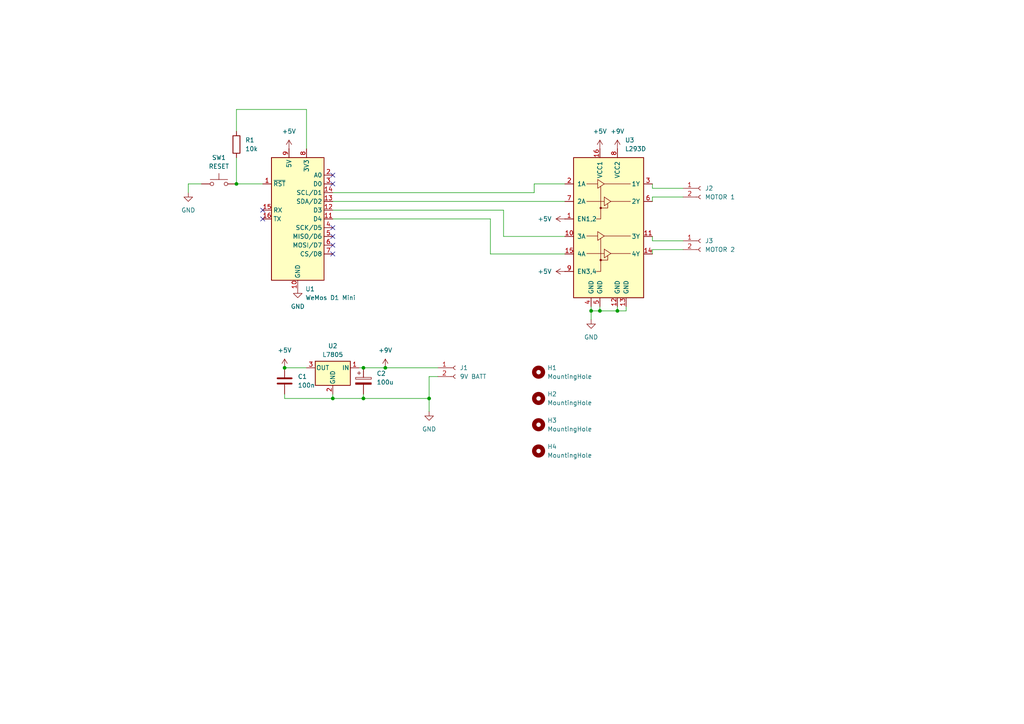
<source format=kicad_sch>
(kicad_sch (version 20231120) (generator "eeschema") (generator_version "8.0")
  (paper "A4")
  (lib_symbols
    (symbol "Connector:Conn_01x02_Socket" (pin_names (offset 1.016) hide)
      (property "Reference" "J" (at 0 2.54 0))
      (property "Value" "Conn_01x02_Socket" (at 0 -5.08 0))
      (symbol "Conn_01x02_Socket_1_1"
        (arc (start 0 -2.032) (mid -0.5058 -2.54) (end 0 -3.048) (stroke (width 0.1524)))
        (polyline (pts (xy -1.27 -2.54) (xy -0.508 -2.54)) (stroke (width 0.1524)))
        (polyline (pts (xy -1.27 0) (xy -0.508 0)) (stroke (width 0.1524)))
        (arc (start 0 0.508) (mid -0.5058 0) (end 0 -0.508) (stroke (width 0.1524)))
        (pin passive line (at -5.08 0 0) (length 3.81) (name "Pin_1") (number "1"))
        (pin passive line (at -5.08 -2.54 0) (length 3.81) (name "Pin_2") (number "2"))
      )
    )
    (symbol "Device:C" (pin_numbers hide) (pin_names (offset 0.254))
      (property "Reference" "C" (at 0.635 2.54 0))
      (property "Value" "C" (at 0.635 -2.54 0))
      (symbol "C_0_1"
        (polyline (pts (xy -2.032 -0.762) (xy 2.032 -0.762)) (stroke (width 0.508)))
        (polyline (pts (xy -2.032 0.762) (xy 2.032 0.762)) (stroke (width 0.508)))
      )
      (symbol "C_1_1"
        (pin passive line (at 0 3.81 270) (length 2.794) (name "~") (number "1"))
        (pin passive line (at 0 -3.81 90) (length 2.794) (name "~") (number "2"))
      )
    )
    (symbol "Device:C_Polarized" (pin_numbers hide) (pin_names (offset 0.254))
      (property "Reference" "C" (at 0.635 2.54 0))
      (property "Value" "C_Polarized" (at 0.635 -2.54 0))
      (symbol "C_Polarized_0_1"
        (rectangle (start -2.286 0.508) (end 2.286 1.016))
        (polyline (pts (xy -1.778 2.286) (xy -0.762 2.286)))
        (polyline (pts (xy -1.27 2.794) (xy -1.27 1.778)))
        (rectangle (start 2.286 -0.508) (end -2.286 -1.016) (fill (type outline)))
      )
      (symbol "C_Polarized_1_1"
        (pin passive line (at 0 3.81 270) (length 2.794) (name "~") (number "1"))
        (pin passive line (at 0 -3.81 90) (length 2.794) (name "~") (number "2"))
      )
    )
    (symbol "Device:R" (pin_numbers hide) (pin_names (offset 0))
      (property "Reference" "R" (at 2.032 0 90))
      (property "Value" "R" (at 0 0 90))
      (symbol "R_0_1"
        (rectangle (start -1.016 -2.54) (end 1.016 2.54) (stroke (width 0.254)))
      )
      (symbol "R_1_1"
        (pin passive line (at 0 3.81 270) (length 1.27) (name "~") (number "1"))
        (pin passive line (at 0 -3.81 90) (length 1.27) (name "~") (number "2"))
      )
    )
    (symbol "Driver_Motor:L293D" (pin_names (offset 1.016))
      (property "Reference" "U" (at -5.08 26.035 0))
      (property "Value" "L293D" (at -5.08 24.13 0))
      (symbol "L293D_0_1"
        (rectangle (start -10.16 22.86) (end 10.16 -17.78) (stroke (width 0.254)) (fill (type background)))
        (circle (center -2.286 -6.858) (radius 0.254) (fill (type outline)))
        (circle (center -2.286 8.255) (radius 0.254) (fill (type outline)))
        (polyline (pts (xy -6.35 -4.953) (xy -1.27 -4.953)))
        (polyline (pts (xy -6.35 0.127) (xy -3.175 0.127)))
        (polyline (pts (xy -6.35 10.16) (xy -1.27 10.16)))
        (polyline (pts (xy -6.35 15.24) (xy -3.175 15.24)))
        (polyline (pts (xy -1.27 0.127) (xy 6.35 0.127)))
        (polyline (pts (xy -1.27 15.24) (xy 6.35 15.24)))
        (polyline (pts (xy 0.635 -4.953) (xy 6.35 -4.953)))
        (polyline (pts (xy 0.635 10.16) (xy 6.35 10.16)))
        (polyline (pts (xy -2.286 -6.858) (xy -0.254 -6.858) (xy -0.254 -5.588)))
        (polyline (pts (xy -2.286 -0.635) (xy -2.286 -10.16) (xy -3.556 -10.16)))
        (polyline (pts (xy -2.286 8.255) (xy -0.254 8.255) (xy -0.254 9.525)))
        (polyline (pts (xy -2.286 14.478) (xy -2.286 5.08) (xy -3.556 5.08)))
        (polyline (pts (xy -3.175 1.397) (xy -3.175 -1.143) (xy -1.27 0.127) (xy -3.175 1.397)))
        (polyline (pts (xy -3.175 16.51) (xy -3.175 13.97) (xy -1.27 15.24) (xy -3.175 16.51)))
        (polyline (pts (xy -1.27 -3.683) (xy -1.27 -6.223) (xy 0.635 -4.953) (xy -1.27 -3.683)))
        (polyline (pts (xy -1.27 11.43) (xy -1.27 8.89) (xy 0.635 10.16) (xy -1.27 11.43)))
      )
      (symbol "L293D_1_1"
        (pin input line (at -12.7 5.08 0) (length 2.54) (name "EN1,2") (number "1"))
        (pin input line (at -12.7 0 0) (length 2.54) (name "3A") (number "10"))
        (pin output line (at 12.7 0 180) (length 2.54) (name "3Y") (number "11"))
        (pin power_in line (at 2.54 -20.32 90) (length 2.54) (name "GND") (number "12"))
        (pin power_in line (at 5.08 -20.32 90) (length 2.54) (name "GND") (number "13"))
        (pin output line (at 12.7 -5.08 180) (length 2.54) (name "4Y") (number "14"))
        (pin input line (at -12.7 -5.08 0) (length 2.54) (name "4A") (number "15"))
        (pin power_in line (at -2.54 25.4 270) (length 2.54) (name "VCC1") (number "16"))
        (pin input line (at -12.7 15.24 0) (length 2.54) (name "1A") (number "2"))
        (pin output line (at 12.7 15.24 180) (length 2.54) (name "1Y") (number "3"))
        (pin power_in line (at -5.08 -20.32 90) (length 2.54) (name "GND") (number "4"))
        (pin power_in line (at -2.54 -20.32 90) (length 2.54) (name "GND") (number "5"))
        (pin output line (at 12.7 10.16 180) (length 2.54) (name "2Y") (number "6"))
        (pin input line (at -12.7 10.16 0) (length 2.54) (name "2A") (number "7"))
        (pin power_in line (at 2.54 25.4 270) (length 2.54) (name "VCC2") (number "8"))
        (pin input line (at -12.7 -10.16 0) (length 2.54) (name "EN3,4") (number "9"))
      )
    )
    (symbol "MCU_Module:WeMos_D1_mini"
      (property "Reference" "U" (at 3.81 19.05 0))
      (property "Value" "WeMos_D1_mini" (at 1.27 -19.05 0))
      (symbol "WeMos_D1_mini_1_1"
        (rectangle (start -7.62 17.78) (end 7.62 -17.78) (stroke (width 0.254)) (fill (type background)))
        (pin input line (at -10.16 10.16 0) (length 2.54) (name "~{RST}") (number "1"))
        (pin power_in line (at 0 -20.32 90) (length 2.54) (name "GND") (number "10"))
        (pin bidirectional line (at 10.16 0 180) (length 2.54) (name "D4") (number "11"))
        (pin bidirectional line (at 10.16 2.54 180) (length 2.54) (name "D3") (number "12"))
        (pin bidirectional line (at 10.16 5.08 180) (length 2.54) (name "SDA/D2") (number "13"))
        (pin bidirectional line (at 10.16 7.62 180) (length 2.54) (name "SCL/D1") (number "14"))
        (pin input line (at -10.16 2.54 0) (length 2.54) (name "RX") (number "15"))
        (pin output line (at -10.16 0 0) (length 2.54) (name "TX") (number "16"))
        (pin input line (at 10.16 12.7 180) (length 2.54) (name "A0") (number "2"))
        (pin bidirectional line (at 10.16 10.16 180) (length 2.54) (name "D0") (number "3"))
        (pin bidirectional line (at 10.16 -2.54 180) (length 2.54) (name "SCK/D5") (number "4"))
        (pin bidirectional line (at 10.16 -5.08 180) (length 2.54) (name "MISO/D6") (number "5"))
        (pin bidirectional line (at 10.16 -7.62 180) (length 2.54) (name "MOSI/D7") (number "6"))
        (pin bidirectional line (at 10.16 -10.16 180) (length 2.54) (name "CS/D8") (number "7"))
        (pin power_out line (at 2.54 20.32 270) (length 2.54) (name "3V3") (number "8"))
        (pin power_in line (at -2.54 20.32 270) (length 2.54) (name "5V") (number "9"))
      )
    )
    (symbol "Mechanical:MountingHole" (pin_names (offset 1.016))
      (property "Reference" "H" (at 0 5.08 0))
      (property "Value" "MountingHole" (at 0 3.175 0))
      (symbol "MountingHole_0_1"
        (circle (center 0 0) (radius 1.27) (stroke (width 1.27)))
      )
    )
    (symbol "Regulator_Linear:L7805" (pin_names (offset 0.254))
      (property "Reference" "U" (at -3.81 3.175 0))
      (property "Value" "L7805" (at 0 3.175 0))
      (symbol "L7805_0_1"
        (rectangle (start -5.08 1.905) (end 5.08 -5.08) (stroke (width 0.254)) (fill (type background)))
      )
      (symbol "L7805_1_1"
        (pin power_in line (at -7.62 0 0) (length 2.54) (name "IN") (number "1"))
        (pin power_in line (at 0 -7.62 90) (length 2.54) (name "GND") (number "2"))
        (pin power_out line (at 7.62 0 180) (length 2.54) (name "OUT") (number "3"))
      )
    )
    (symbol "Switch:SW_Push" (pin_numbers hide) (pin_names (offset 1.016) hide)
      (property "Reference" "SW" (at 1.27 2.54 0))
      (property "Value" "SW_Push" (at 0 -1.524 0))
      (symbol "SW_Push_0_1"
        (circle (center -2.032 0) (radius 0.508))
        (polyline (pts (xy 0 1.27) (xy 0 3.048)))
        (polyline (pts (xy 2.54 1.27) (xy -2.54 1.27)))
        (circle (center 2.032 0) (radius 0.508))
        (pin passive line (at -5.08 0 0) (length 2.54) (name "1") (number "1"))
        (pin passive line (at 5.08 0 180) (length 2.54) (name "2") (number "2"))
      )
    )
    (symbol "power:+5V" (power) (pin_numbers hide) (pin_names (offset 0) hide)
      (property "Value" "+5V" (at 0 3.556 0))
      (symbol "+5V_0_1"
        (polyline (pts (xy -0.762 1.27) (xy 0 2.54)))
        (polyline (pts (xy 0 0) (xy 0 2.54)))
        (polyline (pts (xy 0 2.54) (xy 0.762 1.27)))
      )
      (symbol "+5V_1_1"
        (pin power_in line (at 0 0 90) (length 0) (name "~") (number "1"))
      )
    )
    (symbol "power:+9V" (power) (pin_numbers hide) (pin_names (offset 0) hide)
      (property "Value" "+9V" (at 0 3.556 0))
      (symbol "+9V_0_1"
        (polyline (pts (xy -0.762 1.27) (xy 0 2.54)))
        (polyline (pts (xy 0 0) (xy 0 2.54)))
        (polyline (pts (xy 0 2.54) (xy 0.762 1.27)))
      )
      (symbol "+9V_1_1"
        (pin power_in line (at 0 0 90) (length 0) (name "~") (number "1"))
      )
    )
    (symbol "power:GND" (power) (pin_numbers hide) (pin_names (offset 0) hide)
      (property "Value" "GND" (at 0 -3.81 0))
      (symbol "GND_0_1"
        (polyline (pts (xy 0 0) (xy 0 -1.27) (xy 1.27 -1.27) (xy 0 -2.54) (xy -1.27 -1.27) (xy 0 -1.27)))
      )
      (symbol "GND_1_1"
        (pin power_in line (at 0 0 270) (length 0) (name "~") (number "1"))
      )
    )
  )
  (junction (at 105.41 106.68))
  (junction (at 111.76 106.68))
  (junction (at 171.45 90.17))
  (junction (at 105.41 115.57))
  (junction (at 96.52 115.57))
  (junction (at 82.55 106.68))
  (junction (at 124.46 115.57))
  (junction (at 179.07 90.17))
  (junction (at 68.58 53.34))
  (junction (at 173.99 90.17))
  (no_connect (at 96.52 50.8))
  (no_connect (at 96.52 66.04))
  (no_connect (at 76.2 60.96))
  (no_connect (at 96.52 68.58))
  (no_connect (at 96.52 73.66))
  (no_connect (at 96.52 53.34))
  (no_connect (at 76.2 63.5))
  (no_connect (at 96.52 71.12))
  (wire (pts (xy 146.05 60.96) (xy 146.05 68.58)))
  (wire (pts (xy 127 109.22) (xy 124.46 109.22)))
  (wire (pts (xy 105.41 106.68) (xy 111.76 106.68)))
  (wire (pts (xy 96.52 58.42) (xy 163.83 58.42)))
  (wire (pts (xy 181.61 88.9) (xy 181.61 90.17)))
  (wire (pts (xy 124.46 115.57) (xy 124.46 119.38)))
  (wire (pts (xy 88.9 31.75) (xy 68.58 31.75)))
  (wire (pts (xy 88.9 43.18) (xy 88.9 31.75)))
  (wire (pts (xy 171.45 88.9) (xy 171.45 90.17)))
  (wire (pts (xy 96.52 114.3) (xy 96.52 115.57)))
  (wire (pts (xy 179.07 88.9) (xy 179.07 90.17)))
  (wire (pts (xy 189.23 57.15) (xy 198.12 57.15)))
  (wire (pts (xy 54.61 53.34) (xy 58.42 53.34)))
  (wire (pts (xy 173.99 90.17) (xy 171.45 90.17)))
  (wire (pts (xy 82.55 115.57) (xy 96.52 115.57)))
  (wire (pts (xy 82.55 114.3) (xy 82.55 115.57)))
  (wire (pts (xy 146.05 68.58) (xy 163.83 68.58)))
  (wire (pts (xy 82.55 106.68) (xy 88.9 106.68)))
  (wire (pts (xy 68.58 45.72) (xy 68.58 53.34)))
  (wire (pts (xy 105.41 115.57) (xy 124.46 115.57)))
  (wire (pts (xy 142.24 63.5) (xy 142.24 73.66)))
  (wire (pts (xy 171.45 90.17) (xy 171.45 92.71)))
  (wire (pts (xy 111.76 106.68) (xy 127 106.68)))
  (wire (pts (xy 96.52 55.88) (xy 154.94 55.88)))
  (wire (pts (xy 68.58 31.75) (xy 68.58 38.1)))
  (wire (pts (xy 104.14 106.68) (xy 105.41 106.68)))
  (wire (pts (xy 154.94 55.88) (xy 154.94 53.34)))
  (wire (pts (xy 173.99 88.9) (xy 173.99 90.17)))
  (wire (pts (xy 142.24 73.66) (xy 163.83 73.66)))
  (wire (pts (xy 96.52 63.5) (xy 142.24 63.5)))
  (wire (pts (xy 189.23 72.39) (xy 198.12 72.39)))
  (wire (pts (xy 96.52 60.96) (xy 146.05 60.96)))
  (wire (pts (xy 54.61 55.88) (xy 54.61 53.34)))
  (wire (pts (xy 189.23 54.61) (xy 189.23 53.34)))
  (wire (pts (xy 189.23 69.85) (xy 189.23 68.58)))
  (wire (pts (xy 189.23 73.66) (xy 189.23 72.39)))
  (wire (pts (xy 68.58 53.34) (xy 76.2 53.34)))
  (wire (pts (xy 96.52 115.57) (xy 105.41 115.57)))
  (wire (pts (xy 198.12 54.61) (xy 189.23 54.61)))
  (wire (pts (xy 179.07 90.17) (xy 173.99 90.17)))
  (wire (pts (xy 181.61 90.17) (xy 179.07 90.17)))
  (wire (pts (xy 198.12 69.85) (xy 189.23 69.85)))
  (wire (pts (xy 189.23 58.42) (xy 189.23 57.15)))
  (wire (pts (xy 124.46 109.22) (xy 124.46 115.57)))
  (wire (pts (xy 154.94 53.34) (xy 163.83 53.34)))
  (wire (pts (xy 105.41 114.3) (xy 105.41 115.57)))
  (symbol (lib_id "power:+5V") (at 83.82 43.18 0) (unit 1)
    (property "Reference" "#PWR03" (effects (hide yes)))
    (property "Value" "+5V" (at 83.82 38.1 0))
    (property "Description" "Power symbol creates a global label with name \"+5V\"" (effects (hide yes)))
  )
  (symbol (lib_id "MCU_Module:WeMos_D1_mini") (at 86.36 63.5 0) (unit 1)
    (property "Reference" "U1" (at 88.5541 83.82 0) (effects (justify left)))
    (property "Value" "WeMos D1 Mini" (at 88.5541 86.36 0) (effects (justify left)))
    (property "Footprint" "Module:WEMOS_D1_mini_light" (effects (hide yes)))
    (property "Datasheet" "https://wiki.wemos.cc/products:d1:d1_mini#documentation" (effects (hide yes)))
    (property "Description" "32-bit microcontroller module with WiFi" (effects (hide yes)))
  )
  (symbol (lib_id "Driver_Motor:L293D") (at 176.53 68.58 0) (unit 1)
    (property "Reference" "U3" (at 181.2641 40.64 0) (effects (justify left)))
    (property "Value" "L293D" (at 181.2641 43.18 0) (effects (justify left)))
    (property "Footprint" "Package_DIP:DIP-16_W7.62mm" (effects (hide yes)))
    (property "Datasheet" "http://www.ti.com/lit/ds/symlink/l293.pdf" (effects (hide yes)))
    (property "Description" "Quadruple Half-H Drivers" (effects (hide yes)))
  )
  (symbol (lib_id "Mechanical:MountingHole") (at 156.21 115.57 0) (unit 1)
    (property "Reference" "H2" (at 158.75 114.2999 0) (effects (justify left)))
    (property "Value" "MountingHole" (at 158.75 116.8399 0) (effects (justify left)))
    (property "Footprint" "MountingHole:MountingHole_3.2mm_M3" (effects (hide yes)))
    (property "Description" "Mounting Hole without connection" (effects (hide yes)))
  )
  (symbol (lib_id "Connector:Conn_01x02_Socket") (at 203.2 54.61 0) (unit 1)
    (property "Reference" "J2" (at 204.47 54.6099 0) (effects (justify left)))
    (property "Value" "MOTOR 1" (at 204.47 57.1499 0) (effects (justify left)))
    (property "Footprint" "Connector_PinHeader_2.54mm:PinHeader_1x02_P2.54mm_Vertical" (effects (hide yes)))
    (property "Description" "Generic connector, single row, 01x02, script generated" (effects (hide yes)))
  )
  (symbol (lib_id "power:+5V") (at 173.99 43.18 0) (unit 1)
    (property "Reference" "#PWR08" (effects (hide yes)))
    (property "Value" "+5V" (at 173.99 38.1 0))
    (property "Description" "Power symbol creates a global label with name \"+5V\"" (effects (hide yes)))
  )
  (symbol (lib_id "power:GND") (at 86.36 83.82 0) (unit 1)
    (property "Reference" "#PWR04" (effects (hide yes)))
    (property "Value" "GND" (at 86.36 88.9 0))
    (property "Description" "Power symbol creates a global label with name \"GND\" , ground" (effects (hide yes)))
  )
  (symbol (lib_id "power:+5V") (at 82.55 106.68 0) (unit 1)
    (property "Reference" "#PWR02" (effects (hide yes)))
    (property "Value" "+5V" (at 82.55 101.6 0))
    (property "Description" "Power symbol creates a global label with name \"+5V\"" (effects (hide yes)))
  )
  (symbol (lib_id "Mechanical:MountingHole") (at 156.21 123.19 0) (unit 1)
    (property "Reference" "H3" (at 158.75 121.9199 0) (effects (justify left)))
    (property "Value" "MountingHole" (at 158.75 124.4599 0) (effects (justify left)))
    (property "Footprint" "MountingHole:MountingHole_3.2mm_M3" (effects (hide yes)))
    (property "Description" "Mounting Hole without connection" (effects (hide yes)))
  )
  (symbol (lib_id "power:GND") (at 171.45 92.71 0) (unit 1)
    (property "Reference" "#PWR07" (effects (hide yes)))
    (property "Value" "GND" (at 171.45 97.79 0))
    (property "Description" "Power symbol creates a global label with name \"GND\" , ground" (effects (hide yes)))
  )
  (symbol (lib_id "Device:C") (at 82.55 110.49 0) (unit 1)
    (property "Reference" "C1" (at 86.36 109.2199 0) (effects (justify left)))
    (property "Value" "100n" (at 86.36 111.7599 0) (effects (justify left)))
    (property "Footprint" "Capacitor_THT:C_Disc_D5.0mm_W2.5mm_P5.00mm" (effects (hide yes)))
    (property "Description" "Unpolarized capacitor" (effects (hide yes)))
  )
  (symbol (lib_id "Connector:Conn_01x02_Socket") (at 203.2 69.85 0) (unit 1)
    (property "Reference" "J3" (at 204.47 69.8499 0) (effects (justify left)))
    (property "Value" "MOTOR 2" (at 204.47 72.3899 0) (effects (justify left)))
    (property "Footprint" "Connector_PinHeader_2.54mm:PinHeader_1x02_P2.54mm_Vertical" (effects (hide yes)))
    (property "Description" "Generic connector, single row, 01x02, script generated" (effects (hide yes)))
  )
  (symbol (lib_id "Device:R") (at 68.58 41.91 0) (unit 1)
    (property "Reference" "R1" (at 71.12 40.6399 0) (effects (justify left)))
    (property "Value" "10k" (at 71.12 43.1799 0) (effects (justify left)))
    (property "Footprint" "Resistor_THT:R_Axial_DIN0207_L6.3mm_D2.5mm_P7.62mm_Horizontal" (effects (hide yes)))
    (property "Description" "Resistor" (effects (hide yes)))
  )
  (symbol (lib_id "power:+9V") (at 111.76 106.68 0) (unit 1)
    (property "Reference" "#PWR05" (effects (hide yes)))
    (property "Value" "+9V" (at 111.76 101.6 0))
    (property "Description" "Power symbol creates a global label with name \"+9V\"" (effects (hide yes)))
  )
  (symbol (lib_id "power:GND") (at 54.61 55.88 0) (unit 1)
    (property "Reference" "#PWR01" (effects (hide yes)))
    (property "Value" "GND" (at 54.61 60.96 0))
    (property "Description" "Power symbol creates a global label with name \"GND\" , ground" (effects (hide yes)))
  )
  (symbol (lib_id "power:+5V") (at 163.83 63.5 90) (unit 1)
    (property "Reference" "#PWR010" (effects (hide yes)))
    (property "Value" "+5V" (at 160.02 63.4999 90) (effects (justify left)))
    (property "Description" "Power symbol creates a global label with name \"+5V\"" (effects (hide yes)))
  )
  (symbol (lib_id "power:+5V") (at 163.83 78.74 90) (unit 1)
    (property "Reference" "#PWR011" (effects (hide yes)))
    (property "Value" "+5V" (at 160.02 78.7399 90) (effects (justify left)))
    (property "Description" "Power symbol creates a global label with name \"+5V\"" (effects (hide yes)))
  )
  (symbol (lib_id "power:GND") (at 124.46 119.38 0) (unit 1)
    (property "Reference" "#PWR06" (effects (hide yes)))
    (property "Value" "GND" (at 124.46 124.46 0))
    (property "Description" "Power symbol creates a global label with name \"GND\" , ground" (effects (hide yes)))
  )
  (symbol (lib_id "Regulator_Linear:L7805") (at 96.52 106.68 0) (mirror y) (unit 1)
    (property "Reference" "U2" (at 96.52 100.33 0))
    (property "Value" "L7805" (at 96.52 102.87 0))
    (property "Footprint" "Package_TO_SOT_THT:TO-220-3_Vertical" (effects (hide yes)))
    (property "Datasheet" "http://www.st.com/content/ccc/resource/technical/document/datasheet/41/4f/b3/b0/12/d4/47/88/CD00000444.pdf/files/CD00000444.pdf/jcr:content/translations/en.CD00000444.pdf" (effects (hide yes)))
    (property "Description" "Positive 1.5A 35V Linear Regulator, Fixed Output 5V, TO-220/TO-263/TO-252" (effects (hide yes)))
  )
  (symbol (lib_id "Mechanical:MountingHole") (at 156.21 107.95 0) (unit 1)
    (property "Reference" "H1" (at 158.75 106.6799 0) (effects (justify left)))
    (property "Value" "MountingHole" (at 158.75 109.2199 0) (effects (justify left)))
    (property "Footprint" "MountingHole:MountingHole_3.2mm_M3" (effects (hide yes)))
    (property "Description" "Mounting Hole without connection" (effects (hide yes)))
  )
  (symbol (lib_id "power:+9V") (at 179.07 43.18 0) (unit 1)
    (property "Reference" "#PWR09" (effects (hide yes)))
    (property "Value" "+9V" (at 179.07 38.1 0))
    (property "Description" "Power symbol creates a global label with name \"+9V\"" (effects (hide yes)))
  )
  (symbol (lib_id "Mechanical:MountingHole") (at 156.21 130.81 0) (unit 1)
    (property "Reference" "H4" (at 158.75 129.5399 0) (effects (justify left)))
    (property "Value" "MountingHole" (at 158.75 132.0799 0) (effects (justify left)))
    (property "Footprint" "MountingHole:MountingHole_3.2mm_M3" (effects (hide yes)))
    (property "Description" "Mounting Hole without connection" (effects (hide yes)))
  )
  (symbol (lib_id "Device:C_Polarized") (at 105.41 110.49 0) (unit 1)
    (property "Reference" "C2" (at 109.22 108.3309 0) (effects (justify left)))
    (property "Value" "100u" (at 109.22 110.8709 0) (effects (justify left)))
    (property "Footprint" "Capacitor_THT:CP_Radial_D5.0mm_P2.50mm" (effects (hide yes)))
    (property "Description" "Polarized capacitor" (effects (hide yes)))
  )
  (symbol (lib_id "Switch:SW_Push") (at 63.5 53.34 0) (unit 1)
    (property "Reference" "SW1" (at 63.5 45.72 0))
    (property "Value" "RESET" (at 63.5 48.26 0))
    (property "Footprint" "Button_Switch_THT:SW_PUSH_6mm" (effects (hide yes)))
    (property "Description" "Push button switch, generic, two pins" (effects (hide yes)))
  )
  (symbol (lib_id "Connector:Conn_01x02_Socket") (at 132.08 106.68 0) (unit 1)
    (property "Reference" "J1" (at 133.35 106.6799 0) (effects (justify left)))
    (property "Value" "9V BATT" (at 133.35 109.2199 0) (effects (justify left)))
    (property "Footprint" "Connector_PinHeader_2.54mm:PinHeader_1x02_P2.54mm_Vertical" (effects (hide yes)))
    (property "Description" "Generic connector, single row, 01x02, script generated" (effects (hide yes)))
  )
)
</source>
